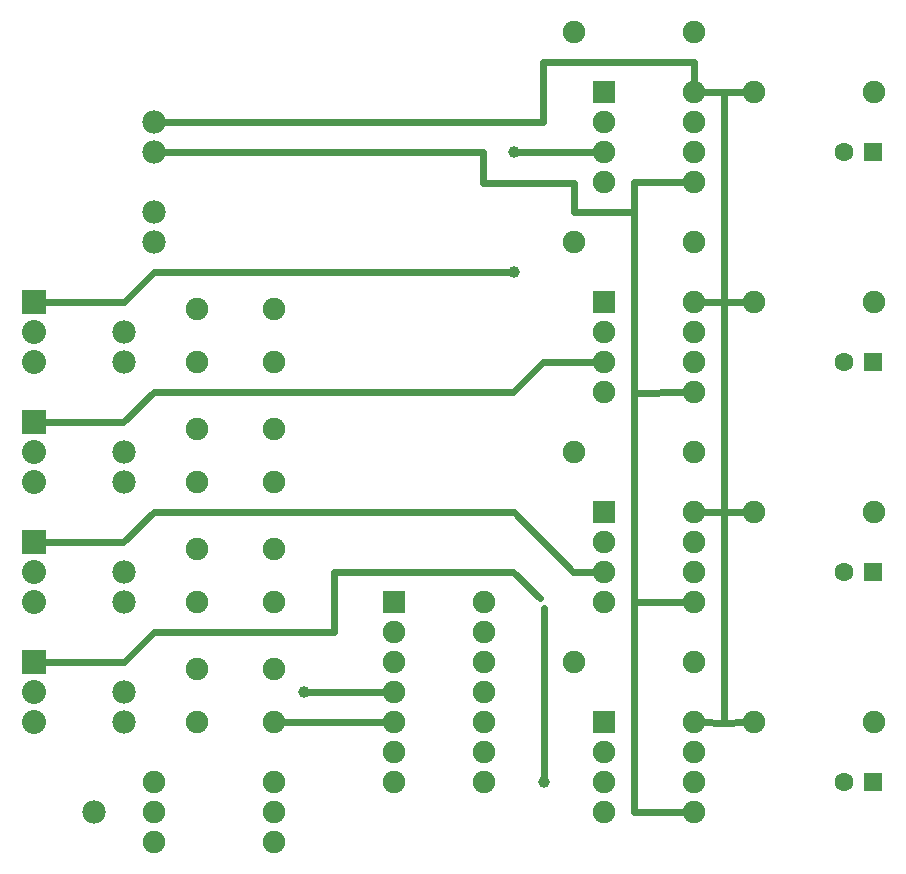
<source format=gtl>
G04 MADE WITH FRITZING*
G04 WWW.FRITZING.ORG*
G04 DOUBLE SIDED*
G04 HOLES PLATED*
G04 CONTOUR ON CENTER OF CONTOUR VECTOR*
%ASAXBY*%
%FSLAX23Y23*%
%MOIN*%
%OFA0B0*%
%SFA1.0B1.0*%
%ADD10C,0.080000*%
%ADD11C,0.075000*%
%ADD12C,0.062992*%
%ADD13C,0.078000*%
%ADD14C,0.039370*%
%ADD15R,0.080000X0.080000*%
%ADD16R,0.075000X0.075000*%
%ADD17R,0.062992X0.062992*%
%ADD18C,0.024000*%
%LNCOPPER1*%
G90*
G70*
G54D10*
X257Y850D03*
X257Y750D03*
X257Y650D03*
X257Y1650D03*
X257Y1550D03*
X257Y1450D03*
X257Y2050D03*
X257Y1950D03*
X257Y1850D03*
X257Y1250D03*
X257Y1150D03*
X257Y1050D03*
G54D11*
X2157Y1350D03*
X2457Y1350D03*
X2157Y1250D03*
X2457Y1250D03*
X2157Y1150D03*
X2457Y1150D03*
X2157Y1050D03*
X2457Y1050D03*
X2057Y1550D03*
X2457Y1550D03*
X2657Y1350D03*
X3057Y1350D03*
G54D12*
X3055Y1150D03*
X2957Y1150D03*
G54D11*
X1057Y1050D03*
X801Y1050D03*
X1057Y1227D03*
X801Y1227D03*
G54D13*
X657Y2350D03*
X657Y2250D03*
G54D14*
X1157Y749D03*
X1857Y2550D03*
X1857Y2149D03*
G54D13*
X557Y750D03*
X557Y650D03*
X557Y1150D03*
X557Y1050D03*
X557Y1550D03*
X557Y1450D03*
X557Y1950D03*
X557Y1850D03*
X457Y350D03*
X657Y2650D03*
X657Y2550D03*
G54D11*
X1057Y350D03*
X657Y350D03*
X1457Y1050D03*
X1757Y1050D03*
X1457Y950D03*
X1757Y950D03*
X1457Y850D03*
X1757Y850D03*
X1457Y750D03*
X1757Y750D03*
X1457Y650D03*
X1757Y650D03*
X1457Y550D03*
X1757Y550D03*
X1457Y450D03*
X1757Y450D03*
X2157Y650D03*
X2457Y650D03*
X2157Y550D03*
X2457Y550D03*
X2157Y450D03*
X2457Y450D03*
X2157Y350D03*
X2457Y350D03*
X2057Y850D03*
X2457Y850D03*
X657Y250D03*
X1057Y250D03*
X2157Y2050D03*
X2457Y2050D03*
X2157Y1950D03*
X2457Y1950D03*
X2157Y1850D03*
X2457Y1850D03*
X2157Y1750D03*
X2457Y1750D03*
X2057Y2250D03*
X2457Y2250D03*
X2157Y2750D03*
X2457Y2750D03*
X2157Y2650D03*
X2457Y2650D03*
X2157Y2550D03*
X2457Y2550D03*
X2157Y2450D03*
X2457Y2450D03*
X2057Y2950D03*
X2457Y2950D03*
X1057Y450D03*
X657Y450D03*
G54D12*
X3055Y2550D03*
X2957Y2550D03*
X3055Y450D03*
X2957Y450D03*
X3055Y1850D03*
X2957Y1850D03*
G54D11*
X1057Y650D03*
X801Y650D03*
X1057Y827D03*
X801Y827D03*
X1057Y1450D03*
X801Y1450D03*
X1057Y1627D03*
X801Y1627D03*
X1057Y1850D03*
X801Y1850D03*
X1057Y2027D03*
X801Y2027D03*
X2657Y650D03*
X3057Y650D03*
X2657Y2050D03*
X3057Y2050D03*
X2657Y2750D03*
X3057Y2750D03*
G54D14*
X1957Y450D03*
G54D15*
X257Y850D03*
X257Y1650D03*
X257Y2050D03*
X257Y1250D03*
G54D16*
X2157Y1350D03*
G54D17*
X3055Y1150D03*
G54D16*
X1457Y1050D03*
X2157Y650D03*
X2157Y2050D03*
X2157Y2750D03*
G54D17*
X3055Y2550D03*
X3055Y450D03*
X3055Y1850D03*
G54D18*
X1257Y1150D02*
X1856Y1150D01*
D02*
X1257Y949D02*
X1257Y1150D01*
D02*
X658Y949D02*
X1257Y949D01*
D02*
X557Y851D02*
X658Y949D01*
D02*
X1856Y1150D02*
X1944Y1063D01*
D02*
X288Y850D02*
X557Y851D01*
D02*
X1955Y1849D02*
X1856Y1750D01*
D02*
X1856Y1750D02*
X658Y1750D01*
D02*
X658Y1750D02*
X555Y1650D01*
D02*
X2128Y1850D02*
X1955Y1849D01*
D02*
X555Y1650D02*
X288Y1650D01*
D02*
X1858Y1351D02*
X658Y1351D01*
D02*
X658Y2149D02*
X558Y2049D01*
D02*
X1838Y2149D02*
X658Y2149D01*
D02*
X558Y2049D02*
X288Y2050D01*
D02*
X2056Y1150D02*
X1858Y1351D01*
D02*
X658Y1351D02*
X556Y1249D01*
D02*
X2128Y1150D02*
X2056Y1150D01*
D02*
X556Y1249D02*
X288Y1249D01*
D02*
X1428Y650D02*
X1085Y650D01*
D02*
X2258Y1049D02*
X2258Y351D01*
D02*
X2557Y1351D02*
X2485Y1350D01*
D02*
X2258Y351D02*
X2428Y350D01*
D02*
X2485Y649D02*
X2557Y648D01*
D02*
X2557Y648D02*
X2558Y1448D01*
D02*
X2258Y2450D02*
X2428Y2450D01*
D02*
X2457Y2849D02*
X2457Y2778D01*
D02*
X1955Y2849D02*
X2457Y2849D01*
D02*
X687Y2650D02*
X1955Y2650D01*
D02*
X1955Y2650D02*
X1955Y2849D01*
D02*
X2557Y2750D02*
X2485Y2750D01*
D02*
X2557Y2051D02*
X2557Y2750D01*
D02*
X2557Y2051D02*
X2485Y2050D01*
D02*
X2557Y1351D02*
X2558Y2149D01*
D02*
X2258Y2350D02*
X2258Y2450D01*
D02*
X2258Y1748D02*
X2258Y2350D01*
D02*
X2258Y1748D02*
X2428Y1749D01*
D02*
X2258Y1049D02*
X2258Y1748D01*
D02*
X2428Y1050D02*
X2258Y1049D01*
D02*
X1428Y749D02*
X1176Y749D01*
D02*
X1876Y2550D02*
X2128Y2550D01*
D02*
X2057Y2350D02*
X2057Y2448D01*
D02*
X2057Y2448D02*
X1755Y2448D01*
D02*
X2557Y2750D02*
X2628Y2750D01*
D02*
X2557Y2051D02*
X2628Y2050D01*
D02*
X2557Y1351D02*
X2628Y1350D01*
D02*
X2557Y648D02*
X2628Y649D01*
D02*
X1756Y2448D02*
X1756Y2550D01*
D02*
X1756Y2550D02*
X687Y2550D01*
D02*
X2258Y2350D02*
X2057Y2350D01*
D02*
X1957Y1031D02*
X1957Y469D01*
G04 End of Copper1*
M02*
</source>
